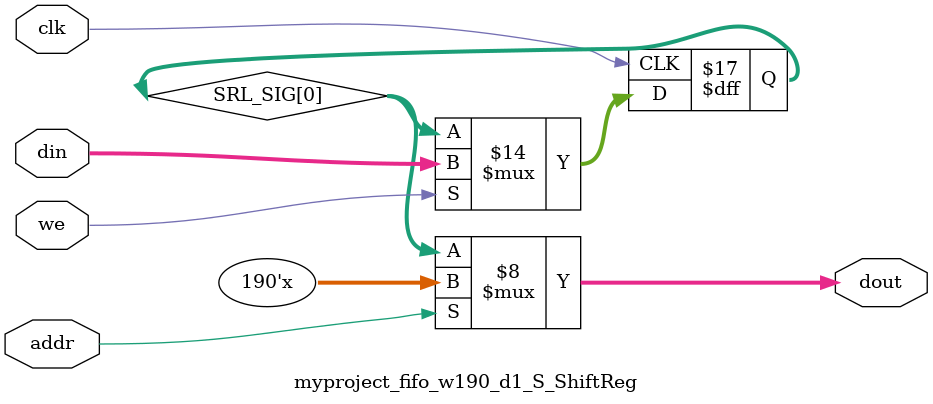
<source format=v>

`timescale 1ns/1ps

module myproject_fifo_w190_d1_S
#(parameter
    MEM_STYLE    = "shiftReg",
    DATA_WIDTH   = 190,
    ADDR_WIDTH   = 1,
    DEPTH        = 1)
(
    // system signal
    input  wire                  clk,
    input  wire                  reset,

    // write
    output wire                  if_full_n,
    input  wire                  if_write_ce,
    input  wire                  if_write,
    input  wire [DATA_WIDTH-1:0] if_din,
    
    // read 
    output wire [ADDR_WIDTH:0]   if_num_data_valid, // for FRP
    output wire [ADDR_WIDTH:0]   if_fifo_cap,       // for FRP

    output wire                  if_empty_n,
    input  wire                  if_read_ce,
    input  wire                  if_read,
    output wire [DATA_WIDTH-1:0] if_dout
);
//------------------------Parameter----------------------
localparam 
    SRL_DEPTH    = DEPTH,
    SRL_AWIDTH   = ADDR_WIDTH;
//------------------------Local signal-------------------
    reg  [SRL_AWIDTH-1:0] addr;
    wire                  push;
    wire                  pop;
    reg  [SRL_AWIDTH:0]   mOutPtr;
    reg                   empty_n = 1'b0;
    reg                   full_n = 1'b1; 

//------------------------Instantiation------------------
    myproject_fifo_w190_d1_S_ShiftReg 
    #(  .DATA_WIDTH (DATA_WIDTH),
        .ADDR_WIDTH (SRL_AWIDTH),
        .DEPTH      (SRL_DEPTH))
    U_myproject_fifo_w190_d1_S_ShiftReg (
        .clk        (clk),
        .we         (push),
        .addr       (addr),
        .din        (if_din),
        .dout       (if_dout)
    );
//------------------------Task and function--------------

//------------------------Body---------------------------
    // num_data_valid 
    assign if_num_data_valid = mOutPtr;
    assign if_fifo_cap       = DEPTH;

    // almost full/empty 

    // program full/empty 

    assign if_full_n  = full_n; 
    assign if_empty_n = empty_n;

    assign push       = full_n & if_write_ce & if_write;
    assign pop        = empty_n & if_read_ce & if_read;

    // addr
    always @(posedge clk) begin
        if (reset)
            addr <= {SRL_AWIDTH{1'b0}};
        else if (push & ~pop && empty_n)
            addr <= addr + 1'b1;
        else if (~push & pop && (mOutPtr != 1))
            addr <= addr - 1'b1;
    end

    // mOutPtr
    always @(posedge clk) begin
        if (reset)
            mOutPtr <= {SRL_AWIDTH+1{1'b0}};
        else if (push & ~pop)
            mOutPtr <= mOutPtr + 1'b1;
        else if (~push & pop)
            mOutPtr <= mOutPtr - 1'b1;
    end

    // full_n
    always @(posedge clk) begin
        if (reset)
            full_n <= 1'b1;
        else if ((push & ~pop) && (mOutPtr == DEPTH - 1))
            full_n <= 1'b0;
        else if (~push & pop)
            full_n <= 1'b1;
    end

    // empty_n
    always @(posedge clk) begin
        if (reset)
            empty_n <= 1'b0;
        else if (push & ~pop)
            empty_n <= 1'b1;
        else if ((~push & pop) && (mOutPtr == 1))
            empty_n <= 1'b0;
    end

    // almost_full_n 

    // almost_empty_n 

    // prog_full_n 
 
    // prog_empty_n 

endmodule  


module myproject_fifo_w190_d1_S_ShiftReg
#(parameter
    DATA_WIDTH  = 190,
    ADDR_WIDTH  = 1,
    DEPTH       = 1)
(
    input  wire                  clk,
    input  wire                  we,
    input  wire [ADDR_WIDTH-1:0] addr,
    input  wire [DATA_WIDTH-1:0] din,
    output wire [DATA_WIDTH-1:0] dout
);

    reg [DATA_WIDTH-1:0] SRL_SIG [0:DEPTH-1];
    integer i;

    always @(posedge clk) begin
        if (we) begin
            for (i=0; i<DEPTH-1; i=i+1)
                SRL_SIG[i+1] <= SRL_SIG[i];
            SRL_SIG[0] <= din;
        end
    end

    assign dout = SRL_SIG[addr];

endmodule
</source>
